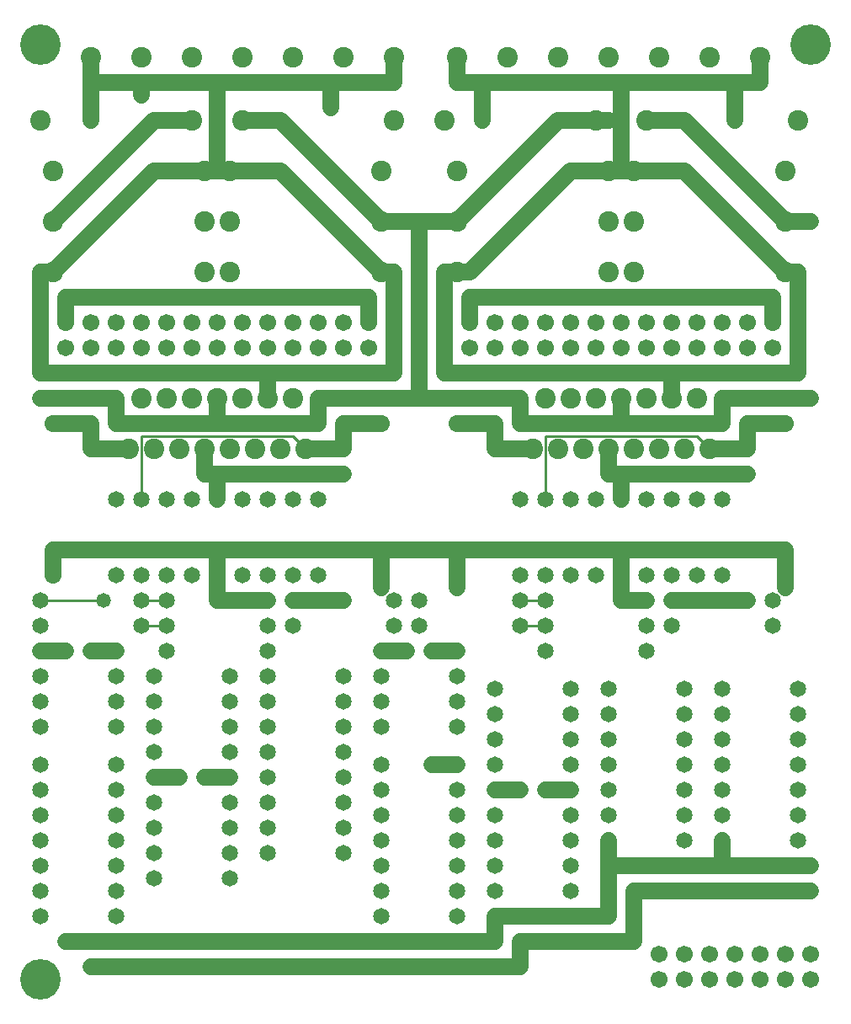
<source format=gbl>
%MOIN*%
%FSLAX25Y25*%
G04 D10 used for Character Trace; *
G04     Circle (OD=.01000) (No hole)*
G04 D11 used for Power Trace; *
G04     Circle (OD=.06700) (No hole)*
G04 D12 used for Signal Trace; *
G04     Circle (OD=.01100) (No hole)*
G04 D13 used for Via; *
G04     Circle (OD=.05800) (Round. Hole ID=.02800)*
G04 D14 used for Component hole; *
G04     Circle (OD=.06500) (Round. Hole ID=.03500)*
G04 D15 used for Component hole; *
G04     Circle (OD=.06700) (Round. Hole ID=.04300)*
G04 D16 used for Component hole; *
G04     Circle (OD=.08100) (Round. Hole ID=.05100)*
G04 D17 used for Component hole; *
G04     Circle (OD=.08900) (Round. Hole ID=.05900)*
G04 D18 used for Component hole; *
G04     Circle (OD=.11300) (Round. Hole ID=.08300)*
G04 D19 used for Component hole; *
G04     Circle (OD=.16000) (Round. Hole ID=.13000)*
G04 D20 used for Component hole; *
G04     Circle (OD=.18300) (Round. Hole ID=.15300)*
G04 D21 used for Component hole; *
G04     Circle (OD=.22291) (Round. Hole ID=.19291)*
%ADD10C,.01000*%
%ADD11C,.06700*%
%ADD12C,.01100*%
%ADD13C,.05800*%
%ADD14C,.06500*%
%ADD15C,.06700*%
%ADD16C,.08100*%
%ADD17C,.08900*%
%ADD18C,.11300*%
%ADD19C,.16000*%
%ADD20C,.18300*%
%ADD21C,.22291*%
%IPPOS*%
%LPD*%
G90*X0Y0D02*D19*X10000Y10000D03*D13*              
X20000Y25000D03*D11*X65000D01*D13*D03*D11*        
X110000D01*D13*D03*D11*X145000D01*D13*D03*D11*    
X155000D01*D13*D03*D11*X190000D01*Y35000D01*      
X200000D01*D13*D03*D11*X235000D01*Y55000D01*      
X280000D01*X315000D01*X250000Y45000D02*X315000D01*
D13*X250000D03*D11*X245000D01*Y25000D01*          
X210000D01*D13*D03*D11*X200000D01*Y15000D01*      
X165000D01*D13*D03*D11*X120000D01*D13*D03*D11*    
X75000D01*D13*D03*D11*X30000D01*D13*D03*D14*      
X10000Y35000D03*X40000D03*Y45000D03*X10000D03*    
X55000Y50000D03*X40000Y55000D03*X10000D03*        
X55000Y60000D03*X40000Y65000D03*X10000D03*        
X85000Y70000D03*X55000D03*X85000Y50000D03*        
Y60000D03*X40000Y75000D03*X10000D03*              
X85000Y80000D03*X55000D03*X40000Y85000D03*        
X10000D03*X100000Y60000D03*Y70000D03*Y80000D03*   
Y90000D03*X85000D03*D11*X75000D01*D13*D03*D14*    
X85000Y100000D03*D13*X65000Y90000D03*D11*         
X55000D01*D14*D03*Y100000D03*X40000Y95000D03*     
X55000Y110000D03*X40000D03*X85000Y120000D03*      
X55000D03*X40000D03*X85000Y110000D03*Y130000D03*  
X55000D03*X40000D03*X10000D03*Y120000D03*         
Y110000D03*Y95000D03*X100000Y100000D03*Y110000D03*
Y120000D03*Y130000D03*Y140000D03*X60000D03*       
X40000D03*D11*X30000D01*D13*D03*X20000D03*D11*    
X10000D01*D14*D03*Y150000D03*Y160000D03*D12*      
X35000D01*D13*D03*D14*X40000Y170000D03*           
X50000Y150000D03*D12*X60000D01*D14*D03*           
X50000Y160000D03*D12*X60000D01*D14*D03*           
X70000Y170000D03*X50000D03*X60000D03*D11*         
X80000D02*Y180000D01*D14*Y170000D03*D11*          
Y160000D01*X100000D01*D14*D03*X110000Y150000D03*  
Y170000D03*X90000D03*X110000Y160000D03*D11*       
X130000D01*D13*D03*D14*X120000Y170000D03*D11*     
X145000Y165000D02*Y170000D01*D15*D03*D11*         
Y180000D01*X80000D01*X15000D01*Y170000D01*D15*D03*
D14*X40000Y200000D03*X50000D03*D12*Y225000D01*    
X110000D01*X115000Y220000D01*D16*D03*D11*         
X130000D01*Y230000D01*X145000D01*D15*D03*D13*     
X150000Y240000D03*D11*X120000D01*Y230000D01*      
X80000D01*X40000D01*Y240000D01*X10000D01*D13*D03* 
D11*Y250000D02*X100000D01*Y240000D01*D16*D03*     
X110000D03*D11*X100000Y250000D02*X150000D01*      
Y290000D01*X145000D01*D16*D03*D11*                
X115000Y320000D01*D13*D03*D11*X110000Y325000D01*  
D13*D03*D11*X105000Y330000D01*X85000D01*D16*D03*  
D11*X80000D01*X75000D01*D16*D03*D11*X55000D01*    
X50000Y325000D01*D13*D03*D11*X45000Y320000D01*D13*
D03*D11*X15000Y290000D01*D16*D03*D11*X10000D01*   
Y250000D01*D15*X20000Y260000D03*D11*              
X30000Y220000D02*Y230000D01*Y220000D02*X45000D01* 
D16*D03*X55000D03*D11*X15000Y230000D02*X30000D01* 
D15*X15000D03*X40000Y260000D03*X30000D03*D16*     
X50000Y240000D03*D15*Y260000D03*Y270000D03*       
X40000D03*X30000D03*X20000D03*D11*Y280000D01*     
X140000D01*Y270000D01*D15*D03*X130000Y260000D03*  
Y270000D03*X140000Y260000D03*X120000Y270000D03*   
Y260000D03*D13*X170000Y240000D03*D11*X160000D01*  
X150000D01*X160000D02*Y310000D01*X145000D01*D16*  
D03*D11*X105000Y350000D01*X90000D01*D16*D03*D11*  
X80000Y330000D02*Y365000D01*D16*X75000Y310000D03* 
X85000D03*X70000Y350000D03*D11*X55000D01*         
X15000Y310000D01*D16*D03*Y330000D03*D13*          
X30000Y350000D03*D11*Y365000D01*X50000D01*        
Y360000D01*D13*D03*D11*Y365000D02*X80000D01*      
X115000D01*D13*D03*D11*X125000D01*Y355000D01*D13* 
D03*D11*Y365000D02*X150000D01*Y375000D01*D16*D03* 
X130000D03*D11*X175000Y365000D02*X185000D01*      
Y350000D01*D13*D03*X200000Y365000D03*D11*         
X185000D01*D16*X195000Y375000D03*X175000D03*D11*  
Y365000D01*D16*X170000Y350000D03*D11*             
X200000Y365000D02*X240000D01*Y330000D01*          
X235000D01*D16*D03*D11*X220000D01*                
X210000Y320000D01*D13*D03*D11*X205000Y315000D01*  
D13*D03*D11*X180000Y290000D01*X175000D01*D16*D03* 
D11*X170000D01*Y250000D01*X260000D01*Y240000D01*  
D16*D03*X270000D03*D11*X260000Y250000D02*         
X310000D01*Y290000D01*X305000D01*D16*D03*D11*     
X275000Y320000D01*D13*D03*D11*X270000Y325000D01*  
D13*D03*D11*X265000Y330000D01*X245000D01*D16*D03* 
D11*X240000D01*D16*X250000Y350000D03*D11*         
X265000D01*X305000Y310000D01*D16*D03*D11*         
X315000D01*D16*X305000Y330000D03*D11*             
X300000Y270000D02*Y280000D01*D15*Y270000D03*      
X290000Y260000D03*D11*X180000Y280000D02*          
X300000D01*X180000Y270000D02*Y280000D01*D15*      
Y270000D03*X190000Y260000D03*Y270000D03*          
X180000Y260000D03*X200000D03*Y270000D03*D16*      
X210000Y240000D03*D15*Y260000D03*D11*             
X170000Y240000D02*X200000D01*Y230000D01*          
X240000D01*X280000D01*Y240000D01*X310000D01*D13*  
D03*D11*X315000D01*D15*X305000Y230000D03*D11*     
X290000D01*Y220000D01*X275000D01*D16*D03*D12*     
X270000Y225000D01*X210000D01*Y200000D01*D14*D03*  
X220000D03*X200000D03*D11*X190000Y220000D02*      
X205000D01*D16*D03*X215000D03*D11*X190000D02*     
Y230000D01*X175000D01*D15*D03*X210000Y270000D03*  
D16*X220000Y240000D03*D13*X130000Y210000D03*D11*  
X80000D01*Y200000D01*D14*D03*X90000D03*D11*       
X75000Y210000D02*X80000D01*X75000D02*Y220000D01*  
D16*D03*D11*X80000Y230000D02*Y240000D01*D16*D03*  
X90000D03*X70000D03*D15*X100000Y260000D03*        
X60000D03*D16*X65000Y220000D03*D15*               
X90000Y260000D03*X80000D03*D16*X60000Y240000D03*  
X85000Y220000D03*D15*X70000Y260000D03*D16*        
X95000Y220000D03*X105000D03*D15*X110000Y270000D03*
X100000D03*X90000D03*X80000D03*X70000D03*         
X110000Y260000D03*X60000Y270000D03*D14*           
X120000Y200000D03*X60000D03*X70000D03*X100000D03* 
X110000D03*D16*X85000Y290000D03*X75000D03*D11*    
X145000Y180000D02*X175000D01*Y170000D01*D15*D03*  
D11*Y165000D01*D13*X190000Y180000D03*D11*         
X175000D01*X190000D02*X240000D01*Y170000D01*D14*  
D03*D11*Y160000D01*X250000D01*D14*D03*            
X260000Y150000D03*Y170000D03*Y160000D03*D11*      
X290000D01*D13*D03*D14*X300000Y150000D03*         
X280000Y170000D03*X300000Y160000D03*D11*          
X305000Y165000D02*Y170000D01*D15*D03*D11*         
Y180000D01*X240000D01*D14*X250000Y170000D03*      
X230000D03*X260000Y200000D03*X250000D03*          
X240000D03*D11*Y210000D01*X235000D01*Y220000D01*  
D16*D03*D11*X240000Y230000D02*Y240000D01*D16*D03* 
X250000D03*X230000D03*D15*X260000Y260000D03*      
X220000D03*D16*X225000Y220000D03*D15*             
X250000Y260000D03*X240000D03*D16*                 
X245000Y220000D03*D15*X230000Y260000D03*D16*      
X255000Y220000D03*X265000D03*D15*                 
X270000Y270000D03*X260000D03*X250000D03*          
X240000D03*D11*Y210000D02*X290000D01*D13*D03*D14* 
X280000Y200000D03*X270000D03*Y170000D03*D15*      
X300000Y260000D03*X280000D03*X270000D03*          
X230000Y270000D03*D14*X250000Y150000D03*D15*      
X290000Y270000D03*X280000D03*D14*                 
X230000Y200000D03*D15*X220000Y270000D03*D14*      
X250000Y140000D03*X220000Y170000D03*X210000D03*   
D16*X245000Y290000D03*D14*X210000Y160000D03*D12*  
X200000D01*D14*D03*X210000Y150000D03*D12*         
X200000D01*D14*D03*X210000Y140000D03*             
X200000Y170000D03*X190000Y125000D03*              
X175000Y140000D03*D11*X165000D01*D13*D03*D14*     
X175000Y130000D03*D13*X155000Y140000D03*D11*      
X145000D01*D14*D03*X150000Y150000D03*             
X145000Y130000D03*X160000Y150000D03*              
X130000Y130000D03*X160000Y160000D03*              
X130000Y120000D03*X150000Y160000D03*              
X145000Y120000D03*X175000Y110000D03*Y120000D03*   
X130000Y110000D03*X145000D03*X130000Y100000D03*   
X190000Y95000D03*Y105000D03*X100000Y170000D03*    
X190000Y115000D03*X100000Y150000D03*              
X145000Y95000D03*D13*X165000D03*D11*X175000D01*   
D14*D03*Y85000D03*X190000D03*D11*X200000D01*D13*  
D03*D14*X190000Y75000D03*D13*X210000Y85000D03*D11*
X220000D01*D14*D03*Y95000D03*Y75000D03*X235000D03*
Y85000D03*Y95000D03*Y105000D03*X220000D03*        
Y65000D03*X235000D03*D11*Y55000D01*D14*X220000D03*
Y45000D03*X265000Y85000D03*Y65000D03*Y75000D03*   
D15*X255000Y20000D03*X265000D03*X275000D03*D14*   
X265000Y95000D03*X190000Y65000D03*D11*            
X280000Y55000D02*Y65000D01*D14*D03*Y75000D03*     
Y85000D03*X310000Y95000D03*Y65000D03*             
X280000Y95000D03*X310000Y75000D03*Y85000D03*      
Y105000D03*X280000D03*X265000D03*D15*             
X285000Y20000D03*X295000D03*X305000D03*X315000D03*
D14*X310000Y115000D03*X280000D03*X265000D03*      
X235000D03*D15*X255000Y10000D03*X265000D03*       
X275000D03*X285000D03*X295000D03*X305000D03*      
X315000D03*D14*X220000Y125000D03*Y115000D03*      
X310000Y125000D03*X280000D03*X265000D03*          
X235000D03*X190000Y55000D03*Y45000D03*            
X175000Y75000D03*Y65000D03*Y55000D03*Y45000D03*   
Y35000D03*X145000Y85000D03*Y75000D03*Y65000D03*   
Y55000D03*Y45000D03*Y35000D03*X130000Y90000D03*   
Y80000D03*Y70000D03*Y60000D03*D16*                
X235000Y290000D03*X245000Y310000D03*X235000D03*   
X175000D03*D11*X160000D01*X175000D02*             
X215000Y350000D01*X230000D01*D16*D03*D11*         
X235000D01*X240000Y365000D02*X270000D01*D13*D03*  
D11*X285000D01*Y350000D01*D13*D03*D11*Y365000D02* 
X295000D01*D16*Y375000D03*D11*Y365000D01*D16*     
X310000Y350000D03*X275000Y375000D03*D19*          
X315000Y380000D03*D16*X255000Y375000D03*          
X235000D03*X215000D03*X175000Y330000D03*          
X150000Y350000D03*X145000Y330000D03*              
X110000Y375000D03*X90000D03*X70000D03*X50000D03*  
X30000D03*D11*Y365000D01*D19*X10000Y380000D03*D16*
Y350000D03*M02*                                   

</source>
